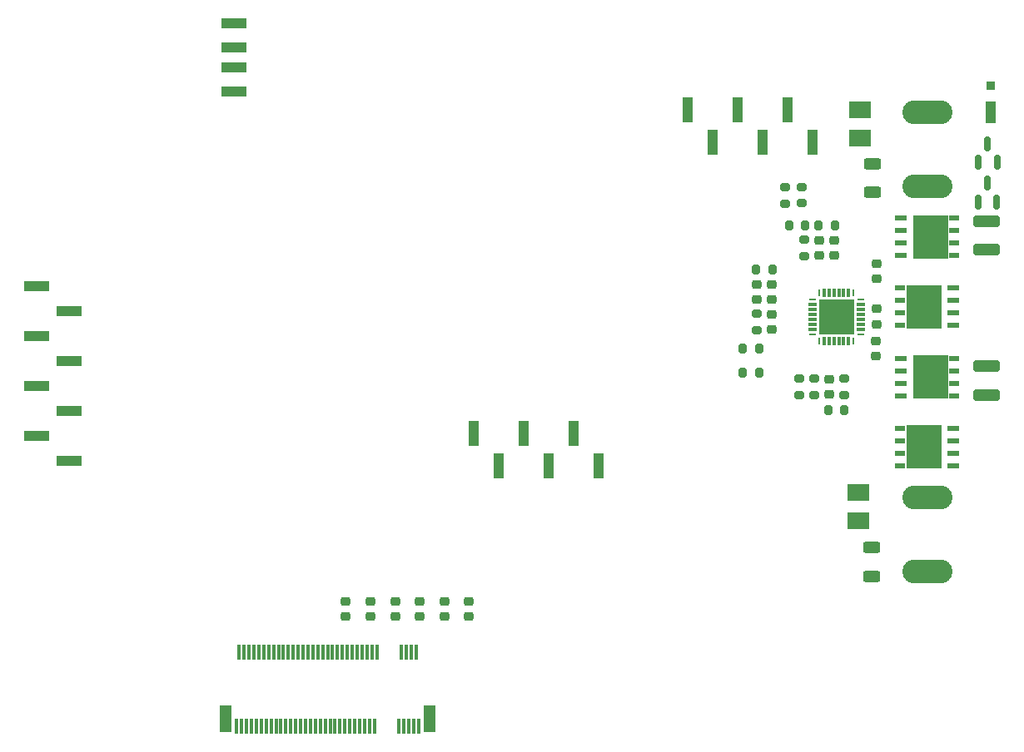
<source format=gbr>
G04 #@! TF.GenerationSoftware,KiCad,Pcbnew,(7.0.0-0)*
G04 #@! TF.CreationDate,2023-03-30T17:03:57+03:00*
G04 #@! TF.ProjectId,RP2040_minimal,52503230-3430-45f6-9d69-6e696d616c2e,REV1*
G04 #@! TF.SameCoordinates,Original*
G04 #@! TF.FileFunction,Paste,Bot*
G04 #@! TF.FilePolarity,Positive*
%FSLAX46Y46*%
G04 Gerber Fmt 4.6, Leading zero omitted, Abs format (unit mm)*
G04 Created by KiCad (PCBNEW (7.0.0-0)) date 2023-03-30 17:03:57*
%MOMM*%
%LPD*%
G01*
G04 APERTURE LIST*
G04 Aperture macros list*
%AMRoundRect*
0 Rectangle with rounded corners*
0 $1 Rounding radius*
0 $2 $3 $4 $5 $6 $7 $8 $9 X,Y pos of 4 corners*
0 Add a 4 corners polygon primitive as box body*
4,1,4,$2,$3,$4,$5,$6,$7,$8,$9,$2,$3,0*
0 Add four circle primitives for the rounded corners*
1,1,$1+$1,$2,$3*
1,1,$1+$1,$4,$5*
1,1,$1+$1,$6,$7*
1,1,$1+$1,$8,$9*
0 Add four rect primitives between the rounded corners*
20,1,$1+$1,$2,$3,$4,$5,0*
20,1,$1+$1,$4,$5,$6,$7,0*
20,1,$1+$1,$6,$7,$8,$9,0*
20,1,$1+$1,$8,$9,$2,$3,0*%
G04 Aperture macros list end*
%ADD10R,0.250000X0.750000*%
%ADD11R,0.300000X0.900000*%
%ADD12R,0.750000X0.250000*%
%ADD13R,0.900000X0.300000*%
%ADD14R,3.550000X3.550000*%
%ADD15R,2.500000X1.100000*%
%ADD16RoundRect,0.225000X-0.250000X0.225000X-0.250000X-0.225000X0.250000X-0.225000X0.250000X0.225000X0*%
%ADD17RoundRect,0.225000X0.250000X-0.225000X0.250000X0.225000X-0.250000X0.225000X-0.250000X-0.225000X0*%
%ADD18R,1.120000X2.170000*%
%ADD19R,0.850000X0.850000*%
%ADD20RoundRect,0.200000X0.275000X-0.200000X0.275000X0.200000X-0.275000X0.200000X-0.275000X-0.200000X0*%
%ADD21RoundRect,1.210000X-1.335000X0.000000X1.335000X0.000000X1.335000X0.000000X-1.335000X0.000000X0*%
%ADD22RoundRect,1.210000X1.335000X0.000000X-1.335000X0.000000X-1.335000X0.000000X1.335000X0.000000X0*%
%ADD23RoundRect,0.250000X-0.625000X0.312500X-0.625000X-0.312500X0.625000X-0.312500X0.625000X0.312500X0*%
%ADD24RoundRect,0.250000X1.100000X-0.325000X1.100000X0.325000X-1.100000X0.325000X-1.100000X-0.325000X0*%
%ADD25R,1.270000X0.610000*%
%ADD26R,1.140000X0.610000*%
%ADD27R,3.650000X4.420000*%
%ADD28RoundRect,0.200000X0.200000X0.275000X-0.200000X0.275000X-0.200000X-0.275000X0.200000X-0.275000X0*%
%ADD29RoundRect,0.200000X-0.275000X0.200000X-0.275000X-0.200000X0.275000X-0.200000X0.275000X0.200000X0*%
%ADD30RoundRect,0.200000X-0.200000X-0.275000X0.200000X-0.275000X0.200000X0.275000X-0.200000X0.275000X0*%
%ADD31RoundRect,0.150000X0.150000X-0.587500X0.150000X0.587500X-0.150000X0.587500X-0.150000X-0.587500X0*%
%ADD32R,0.300000X1.550000*%
%ADD33R,1.200000X2.750000*%
%ADD34R,2.230000X1.800000*%
%ADD35R,2.510000X1.000000*%
%ADD36R,1.000000X2.510000*%
%ADD37RoundRect,0.250000X0.625000X-0.312500X0.625000X0.312500X-0.625000X0.312500X-0.625000X-0.312500X0*%
%ADD38RoundRect,0.250000X-1.100000X0.325000X-1.100000X-0.325000X1.100000X-0.325000X1.100000X0.325000X0*%
G04 APERTURE END LIST*
D10*
X195849999Y-75969999D03*
D11*
X195349999Y-75969999D03*
X194849999Y-75969999D03*
X194349999Y-75969999D03*
X193849999Y-75969999D03*
X193349999Y-75969999D03*
X192849999Y-75969999D03*
D10*
X192349999Y-75969999D03*
D12*
X191649999Y-75269999D03*
D13*
X191649999Y-74769999D03*
X191649999Y-74269999D03*
X191649999Y-73769999D03*
X191649999Y-73269999D03*
X191649999Y-72769999D03*
X191649999Y-72269999D03*
D12*
X191649999Y-71769999D03*
D10*
X192349999Y-71069999D03*
D11*
X192849999Y-71069999D03*
X193349999Y-71069999D03*
X193849999Y-71069999D03*
X194349999Y-71069999D03*
X194849999Y-71069999D03*
X195349999Y-71069999D03*
D10*
X195849999Y-71069999D03*
D12*
X196549999Y-71769999D03*
D13*
X196549999Y-72269999D03*
X196549999Y-72769999D03*
X196549999Y-73269999D03*
X196549999Y-73769999D03*
X196549999Y-74269999D03*
X196549999Y-74769999D03*
D12*
X196549999Y-75269999D03*
D14*
X194099999Y-73519999D03*
D15*
X132829999Y-50619999D03*
X132829999Y-48119999D03*
X132829999Y-46119999D03*
X132829999Y-43619999D03*
D16*
X187520000Y-73240000D03*
X187520000Y-74790000D03*
D17*
X198150000Y-77520000D03*
X198150000Y-75970000D03*
D18*
X209759999Y-52689999D03*
D19*
X209759999Y-50009999D03*
D20*
X186000000Y-74840000D03*
X186000000Y-73190000D03*
D16*
X193340000Y-79865000D03*
X193340000Y-81415000D03*
D21*
X203330500Y-99395000D03*
X203330500Y-91905000D03*
D16*
X149220000Y-102450000D03*
X149220000Y-104000000D03*
D22*
X203330500Y-52712500D03*
X203330500Y-60202500D03*
D23*
X197760000Y-57920000D03*
X197760000Y-60845000D03*
D24*
X209400000Y-81440000D03*
X209400000Y-78490000D03*
D16*
X198180000Y-72705000D03*
X198180000Y-74255000D03*
X186000000Y-70205000D03*
X186000000Y-71755000D03*
D25*
X206000999Y-84839999D03*
X206000999Y-86109999D03*
X206000999Y-87379999D03*
X206000999Y-88649999D03*
D26*
X200594999Y-88649999D03*
X200594999Y-87379999D03*
X200594999Y-86109999D03*
X200594999Y-84839999D03*
D27*
X202990999Y-86744999D03*
D28*
X193955000Y-64220000D03*
X192305000Y-64220000D03*
D29*
X190540000Y-60310000D03*
X190540000Y-61960000D03*
X190800000Y-65685000D03*
X190800000Y-67335000D03*
D30*
X184595000Y-79220000D03*
X186245000Y-79220000D03*
D25*
X200659999Y-81529999D03*
X200659999Y-80259999D03*
X200659999Y-78989999D03*
X200659999Y-77719999D03*
D26*
X206065999Y-77719999D03*
X206065999Y-78989999D03*
X206065999Y-80259999D03*
X206065999Y-81529999D03*
D27*
X203669999Y-79624999D03*
D31*
X210430000Y-61797500D03*
X208530000Y-61797500D03*
X209480000Y-59922500D03*
D20*
X190300000Y-81465000D03*
X190300000Y-79815000D03*
D30*
X189285000Y-64210000D03*
X190935000Y-64210000D03*
D32*
X133116071Y-115204999D03*
X133366071Y-107654999D03*
X133616071Y-115204999D03*
X133866071Y-107654999D03*
X134116071Y-115204999D03*
X134366071Y-107654999D03*
X134616071Y-115204999D03*
X134866071Y-107654999D03*
X135116071Y-115204999D03*
X135366071Y-107654999D03*
X135616071Y-115204999D03*
X135866071Y-107654999D03*
X136116071Y-115204999D03*
X136366071Y-107654999D03*
X136616071Y-115204999D03*
X136866071Y-107654999D03*
X137116071Y-115204999D03*
X137366071Y-107654999D03*
X137616071Y-115204999D03*
X137866071Y-107654999D03*
X138116071Y-115204999D03*
X138366071Y-107654999D03*
X138616071Y-115204999D03*
X138866071Y-107654999D03*
X139116071Y-115204999D03*
X139366071Y-107654999D03*
X139616071Y-115204999D03*
X139866071Y-107654999D03*
X140116071Y-115204999D03*
X140366071Y-107654999D03*
X140616071Y-115204999D03*
X140866071Y-107654999D03*
X141116071Y-115204999D03*
X141366071Y-107654999D03*
X141616071Y-115204999D03*
X141866071Y-107654999D03*
X142116071Y-115204999D03*
X142366071Y-107654999D03*
X142616071Y-115204999D03*
X142866071Y-107654999D03*
X143116071Y-115204999D03*
X143366071Y-107654999D03*
X143616071Y-115204999D03*
X143866071Y-107654999D03*
X144116071Y-115204999D03*
X144366071Y-107654999D03*
X144616071Y-115204999D03*
X144866071Y-107654999D03*
X145116071Y-115204999D03*
X145366071Y-107654999D03*
X145616071Y-115204999D03*
X145866071Y-107654999D03*
X146116071Y-115204999D03*
X146366071Y-107654999D03*
X146616071Y-115204999D03*
X146866071Y-107654999D03*
X147116071Y-115204999D03*
X147366071Y-107654999D03*
X149616071Y-115204999D03*
X149866071Y-107654999D03*
X150116071Y-115204999D03*
X150366071Y-107654999D03*
X150616071Y-115204999D03*
X150866071Y-107654999D03*
X151116071Y-115204999D03*
X151366071Y-107654999D03*
X151616071Y-115204999D03*
D33*
X132016071Y-114429999D03*
X152716071Y-114429999D03*
D34*
X196329999Y-94279999D03*
X196329999Y-91359999D03*
D16*
X192340000Y-65735000D03*
X192340000Y-67285000D03*
D31*
X210440000Y-57755000D03*
X208540000Y-57755000D03*
X209490000Y-55880000D03*
D25*
X206000999Y-70589999D03*
X206000999Y-71859999D03*
X206000999Y-73129999D03*
X206000999Y-74399999D03*
D26*
X200594999Y-74399999D03*
X200594999Y-73129999D03*
X200594999Y-71859999D03*
X200594999Y-70589999D03*
D27*
X202990999Y-72494999D03*
D29*
X194870000Y-79820000D03*
X194870000Y-81470000D03*
D35*
X116089999Y-88159999D03*
X112779999Y-85619999D03*
X116089999Y-83079999D03*
X112779999Y-80539999D03*
X116089999Y-77999999D03*
X112779999Y-75459999D03*
X116089999Y-72919999D03*
X112779999Y-70379999D03*
D16*
X151730000Y-102450000D03*
X151730000Y-104000000D03*
D36*
X169939999Y-88708999D03*
X167399999Y-85398999D03*
X164859999Y-88708999D03*
X162319999Y-85398999D03*
X159779999Y-88708999D03*
X157239999Y-85398999D03*
D34*
X196479999Y-55319999D03*
X196479999Y-52399999D03*
D25*
X200659999Y-67269999D03*
X200659999Y-65999999D03*
X200659999Y-64729999D03*
X200659999Y-63459999D03*
D26*
X206065999Y-63459999D03*
X206065999Y-64729999D03*
X206065999Y-65999999D03*
X206065999Y-67269999D03*
D27*
X203669999Y-65364999D03*
D36*
X191639999Y-55724999D03*
X189099999Y-52414999D03*
X186559999Y-55724999D03*
X184019999Y-52414999D03*
X181479999Y-55724999D03*
X178939999Y-52414999D03*
D16*
X156750000Y-102450000D03*
X156750000Y-104000000D03*
D29*
X188920000Y-60325000D03*
X188920000Y-61975000D03*
D37*
X197680000Y-99930000D03*
X197680000Y-97005000D03*
D28*
X187590000Y-68700000D03*
X185940000Y-68700000D03*
D16*
X193880000Y-65745000D03*
X193880000Y-67295000D03*
X146710000Y-102450000D03*
X146710000Y-104000000D03*
X144200000Y-102450000D03*
X144200000Y-104000000D03*
D28*
X194935000Y-82980000D03*
X193285000Y-82980000D03*
D38*
X209390000Y-63745000D03*
X209390000Y-66695000D03*
D17*
X187520000Y-71755000D03*
X187520000Y-70205000D03*
D16*
X154240000Y-102450000D03*
X154240000Y-104000000D03*
D17*
X198160000Y-69655000D03*
X198160000Y-68105000D03*
D30*
X184595000Y-76710000D03*
X186245000Y-76710000D03*
D20*
X191820000Y-81465000D03*
X191820000Y-79815000D03*
M02*

</source>
